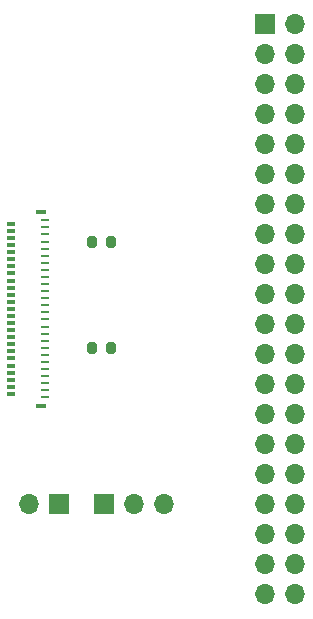
<source format=gbr>
%TF.GenerationSoftware,KiCad,Pcbnew,(6.0.9)*%
%TF.CreationDate,2022-11-21T18:53:06+08:00*%
%TF.ProjectId,Sitronix_3.97''_480x800,53697472-6f6e-4697-985f-332e39372727,rev?*%
%TF.SameCoordinates,Original*%
%TF.FileFunction,Soldermask,Top*%
%TF.FilePolarity,Negative*%
%FSLAX46Y46*%
G04 Gerber Fmt 4.6, Leading zero omitted, Abs format (unit mm)*
G04 Created by KiCad (PCBNEW (6.0.9)) date 2022-11-21 18:53:06*
%MOMM*%
%LPD*%
G01*
G04 APERTURE LIST*
G04 Aperture macros list*
%AMRoundRect*
0 Rectangle with rounded corners*
0 $1 Rounding radius*
0 $2 $3 $4 $5 $6 $7 $8 $9 X,Y pos of 4 corners*
0 Add a 4 corners polygon primitive as box body*
4,1,4,$2,$3,$4,$5,$6,$7,$8,$9,$2,$3,0*
0 Add four circle primitives for the rounded corners*
1,1,$1+$1,$2,$3*
1,1,$1+$1,$4,$5*
1,1,$1+$1,$6,$7*
1,1,$1+$1,$8,$9*
0 Add four rect primitives between the rounded corners*
20,1,$1+$1,$2,$3,$4,$5,0*
20,1,$1+$1,$4,$5,$6,$7,0*
20,1,$1+$1,$6,$7,$8,$9,0*
20,1,$1+$1,$8,$9,$2,$3,0*%
G04 Aperture macros list end*
%ADD10R,0.800000X0.260000*%
%ADD11R,0.650000X0.300000*%
%ADD12R,0.850000X0.400000*%
%ADD13RoundRect,0.200000X-0.200000X-0.275000X0.200000X-0.275000X0.200000X0.275000X-0.200000X0.275000X0*%
%ADD14R,1.700000X1.700000*%
%ADD15O,1.700000X1.700000*%
G04 APERTURE END LIST*
D10*
%TO.C,J2*%
X81918000Y-94876000D03*
D11*
X79043000Y-94576000D03*
D10*
X81918000Y-94276000D03*
D11*
X79043000Y-93976000D03*
D10*
X81918000Y-93676000D03*
D11*
X79043000Y-93376000D03*
D10*
X81918000Y-93076000D03*
D11*
X79043000Y-92776000D03*
D10*
X81918000Y-92476000D03*
D11*
X79043000Y-92176000D03*
D10*
X81918000Y-91876000D03*
D11*
X79043000Y-91576000D03*
D10*
X81918000Y-91276000D03*
D11*
X79043000Y-90976000D03*
D10*
X81918000Y-90676000D03*
D11*
X79043000Y-90376000D03*
D10*
X81918000Y-90076000D03*
D11*
X79043000Y-89776000D03*
D10*
X81918000Y-89476000D03*
D11*
X79043000Y-89176000D03*
D10*
X81918000Y-88876000D03*
D11*
X79043000Y-88576000D03*
D10*
X81918000Y-88276000D03*
D11*
X79043000Y-87976000D03*
D10*
X81918000Y-87676000D03*
D11*
X79043000Y-87376000D03*
D10*
X81918000Y-87076000D03*
D11*
X79043000Y-86776000D03*
D10*
X81918000Y-86476000D03*
D11*
X79043000Y-86176000D03*
D10*
X81918000Y-85876000D03*
D11*
X79043000Y-85576000D03*
D10*
X81918000Y-85276000D03*
D11*
X79043000Y-84976000D03*
D10*
X81918000Y-84676000D03*
D11*
X79043000Y-84376000D03*
D10*
X81918000Y-84076000D03*
D11*
X79043000Y-83776000D03*
D10*
X81918000Y-83476000D03*
D11*
X79043000Y-83176000D03*
D10*
X81918000Y-82876000D03*
D11*
X79043000Y-82576000D03*
D10*
X81918000Y-82276000D03*
D11*
X79043000Y-81976000D03*
D10*
X81918000Y-81676000D03*
D11*
X79043000Y-81376000D03*
D10*
X81918000Y-81076000D03*
D11*
X79043000Y-80776000D03*
D10*
X81918000Y-80476000D03*
D11*
X79043000Y-80176000D03*
D10*
X81918000Y-79876000D03*
D12*
X81593000Y-95576000D03*
X81593000Y-79176000D03*
%TD*%
D13*
%TO.C,R2*%
X85852000Y-90676000D03*
X87502000Y-90676000D03*
%TD*%
D14*
%TO.C,J4*%
X83048000Y-103886000D03*
D15*
X80508000Y-103886000D03*
%TD*%
D14*
%TO.C,J3*%
X86868000Y-103886000D03*
D15*
X89408000Y-103886000D03*
X91948000Y-103886000D03*
%TD*%
D13*
%TO.C,R1*%
X85852000Y-81676000D03*
X87502000Y-81676000D03*
%TD*%
D14*
%TO.C,J1*%
X100564000Y-63276000D03*
D15*
X103104000Y-63276000D03*
X100564000Y-65816000D03*
X103104000Y-65816000D03*
X100564000Y-68356000D03*
X103104000Y-68356000D03*
X100564000Y-70896000D03*
X103104000Y-70896000D03*
X100564000Y-73436000D03*
X103104000Y-73436000D03*
X100564000Y-75976000D03*
X103104000Y-75976000D03*
X100564000Y-78516000D03*
X103104000Y-78516000D03*
X100564000Y-81056000D03*
X103104000Y-81056000D03*
X100564000Y-83596000D03*
X103104000Y-83596000D03*
X100564000Y-86136000D03*
X103104000Y-86136000D03*
X100564000Y-88676000D03*
X103104000Y-88676000D03*
X100564000Y-91216000D03*
X103104000Y-91216000D03*
X100564000Y-93756000D03*
X103104000Y-93756000D03*
X100564000Y-96296000D03*
X103104000Y-96296000D03*
X100564000Y-98836000D03*
X103104000Y-98836000D03*
X100564000Y-101376000D03*
X103104000Y-101376000D03*
X100564000Y-103916000D03*
X103104000Y-103916000D03*
X100564000Y-106456000D03*
X103104000Y-106456000D03*
X100564000Y-108996000D03*
X103104000Y-108996000D03*
X100564000Y-111536000D03*
X103104000Y-111536000D03*
%TD*%
M02*

</source>
